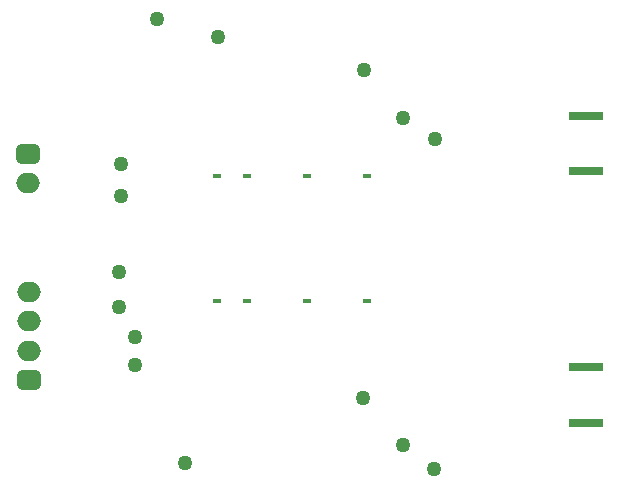
<source format=gbl>
G04*
G04 #@! TF.GenerationSoftware,Altium Limited,Altium Designer,21.6.4 (81)*
G04*
G04 Layer_Physical_Order=4*
G04 Layer_Color=16711680*
%FSLAX25Y25*%
%MOIN*%
G70*
G04*
G04 #@! TF.SameCoordinates,D96B5EB0-5715-4667-86B1-06F83BB8B169*
G04*
G04*
G04 #@! TF.FilePolarity,Positive*
G04*
G01*
G75*
%ADD36R,0.02756X0.01772*%
%ADD37R,0.11811X0.02756*%
G04:AMPARAMS|DCode=38|XSize=66.93mil|YSize=78.74mil|CornerRadius=16.73mil|HoleSize=0mil|Usage=FLASHONLY|Rotation=90.000|XOffset=0mil|YOffset=0mil|HoleType=Round|Shape=RoundedRectangle|*
%AMROUNDEDRECTD38*
21,1,0.06693,0.04528,0,0,90.0*
21,1,0.03347,0.07874,0,0,90.0*
1,1,0.03346,0.02264,0.01673*
1,1,0.03346,0.02264,-0.01673*
1,1,0.03346,-0.02264,-0.01673*
1,1,0.03346,-0.02264,0.01673*
%
%ADD38ROUNDEDRECTD38*%
%ADD39O,0.07874X0.06693*%
%ADD40C,0.05000*%
D36*
X89468Y120472D02*
D03*
X99468D02*
D03*
X119471D02*
D03*
X139469D02*
D03*
X89468Y78740D02*
D03*
X99468D02*
D03*
X119471D02*
D03*
X139469D02*
D03*
D37*
X212598Y38189D02*
D03*
Y56693D02*
D03*
Y122047D02*
D03*
Y140551D02*
D03*
D38*
X26772Y52362D02*
D03*
X26378Y127953D02*
D03*
D39*
X26772Y62205D02*
D03*
Y72047D02*
D03*
Y81890D02*
D03*
X26378Y118110D02*
D03*
D40*
X57480Y113779D02*
D03*
X56693Y76772D02*
D03*
Y88583D02*
D03*
X151575Y139764D02*
D03*
X62205Y57480D02*
D03*
X69685Y172835D02*
D03*
X89764Y166929D02*
D03*
X78740Y24803D02*
D03*
X62205Y66929D02*
D03*
X57480Y124409D02*
D03*
X138189Y46457D02*
D03*
X161811Y22835D02*
D03*
X151575Y30709D02*
D03*
X138583Y155905D02*
D03*
X162205Y132677D02*
D03*
M02*

</source>
